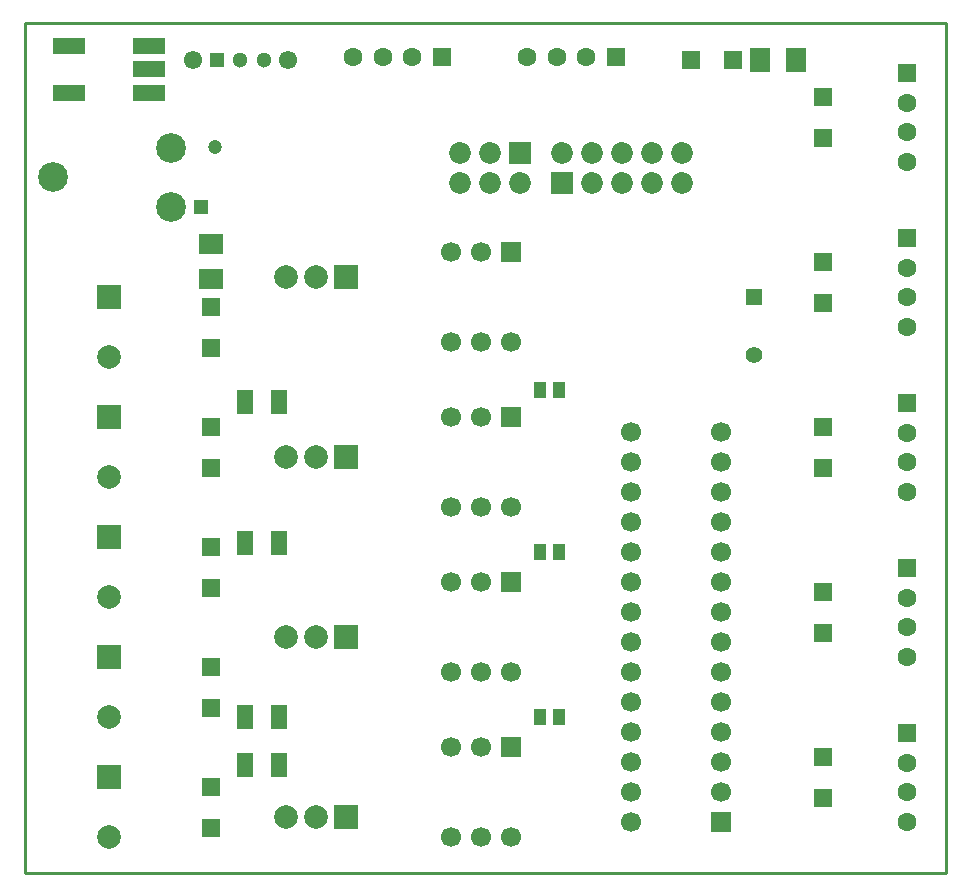
<source format=gts>
G04*
G04 #@! TF.GenerationSoftware,Altium Limited,Altium Designer,22.5.1 (42)*
G04*
G04 Layer_Color=8388736*
%FSLAX42Y42*%
%MOMM*%
G71*
G04*
G04 #@! TF.SameCoordinates,E9C7B45F-A4FB-49F3-BE10-4E13B05C86B2*
G04*
G04*
G04 #@! TF.FilePolarity,Negative*
G04*
G01*
G75*
%ADD13C,0.25*%
%ADD15R,2.10X1.70*%
%ADD16R,1.70X2.10*%
%ADD17R,1.50X1.50*%
%ADD18R,1.50X1.50*%
%ADD19R,2.75X1.40*%
%ADD20R,1.00X1.45*%
%ADD21R,1.35X2.00*%
%ADD22C,1.60*%
%ADD23R,1.60X1.60*%
%ADD24R,2.00X2.00*%
%ADD25C,2.00*%
%ADD26R,1.60X1.60*%
%ADD27R,1.30X1.30*%
%ADD28C,1.30*%
%ADD29C,1.55*%
%ADD30R,2.00X2.00*%
%ADD31C,2.00*%
%ADD32C,2.52*%
%ADD33R,1.20X1.20*%
%ADD34C,1.20*%
%ADD35R,1.70X1.70*%
%ADD36C,1.70*%
%ADD37R,1.70X1.70*%
%ADD38C,1.85*%
%ADD39R,1.85X1.85*%
%ADD40C,1.40*%
%ADD41R,1.40X1.40*%
D13*
X0Y0D02*
X7800D01*
X0D02*
Y7200D01*
X7800D01*
Y0D02*
Y7200D01*
D15*
X1577Y5031D02*
D03*
Y5331D02*
D03*
D16*
X6528Y6883D02*
D03*
X6228D02*
D03*
D17*
X6759Y6575D02*
D03*
Y6225D02*
D03*
Y5178D02*
D03*
Y4828D02*
D03*
Y3781D02*
D03*
Y3431D02*
D03*
X1577Y4447D02*
D03*
Y4797D02*
D03*
X6759Y987D02*
D03*
Y637D02*
D03*
Y2384D02*
D03*
Y2034D02*
D03*
X1577Y1399D02*
D03*
Y1749D02*
D03*
Y733D02*
D03*
Y383D02*
D03*
Y2765D02*
D03*
Y2415D02*
D03*
Y3431D02*
D03*
Y3781D02*
D03*
D18*
X5644Y6883D02*
D03*
X5994D02*
D03*
D19*
X1051Y6606D02*
D03*
Y6806D02*
D03*
Y7006D02*
D03*
X376Y6606D02*
D03*
Y7006D02*
D03*
D20*
X4527Y1320D02*
D03*
X4367D02*
D03*
X4527Y4089D02*
D03*
X4367D02*
D03*
X4527Y2717D02*
D03*
X4367D02*
D03*
D21*
X2154Y914D02*
D03*
X1864D02*
D03*
X2154Y1320D02*
D03*
X1864D02*
D03*
X2154Y2793D02*
D03*
X1864D02*
D03*
X2154Y3987D02*
D03*
X1864D02*
D03*
D22*
X7470Y6025D02*
D03*
Y6275D02*
D03*
Y6525D02*
D03*
Y3231D02*
D03*
Y3481D02*
D03*
Y3731D02*
D03*
Y1834D02*
D03*
Y2084D02*
D03*
Y2334D02*
D03*
Y4628D02*
D03*
Y4878D02*
D03*
Y5128D02*
D03*
X4256Y6908D02*
D03*
X4506D02*
D03*
X4756D02*
D03*
X2783D02*
D03*
X3033D02*
D03*
X3283D02*
D03*
X7470Y437D02*
D03*
Y687D02*
D03*
Y937D02*
D03*
D23*
Y6775D02*
D03*
Y3981D02*
D03*
Y2584D02*
D03*
Y5378D02*
D03*
Y1187D02*
D03*
D24*
X2720Y1998D02*
D03*
Y5046D02*
D03*
Y3522D02*
D03*
Y474D02*
D03*
D25*
X2466Y1998D02*
D03*
X2212D02*
D03*
X2466Y5046D02*
D03*
X2212D02*
D03*
X2466Y3522D02*
D03*
X2212D02*
D03*
X2466Y474D02*
D03*
X2212D02*
D03*
D26*
X5006Y6908D02*
D03*
X3533D02*
D03*
D27*
X1628Y6883D02*
D03*
D28*
X1828D02*
D03*
X2028D02*
D03*
D29*
X1428D02*
D03*
X2228D02*
D03*
D30*
X713Y1828D02*
D03*
Y2844D02*
D03*
Y3860D02*
D03*
Y4876D02*
D03*
Y812D02*
D03*
D31*
Y1320D02*
D03*
Y2336D02*
D03*
Y3352D02*
D03*
Y4368D02*
D03*
Y304D02*
D03*
D32*
X237Y5893D02*
D03*
X1237Y6143D02*
D03*
Y5643D02*
D03*
D33*
X1492Y5637D02*
D03*
D34*
X1612Y6147D02*
D03*
D35*
X4117Y1066D02*
D03*
Y2463D02*
D03*
Y3860D02*
D03*
Y5257D02*
D03*
D36*
X3863Y1066D02*
D03*
X3609D02*
D03*
X4117Y304D02*
D03*
X3863D02*
D03*
X3609D02*
D03*
X3863Y2463D02*
D03*
X3609D02*
D03*
X4117Y1701D02*
D03*
X3863D02*
D03*
X3609D02*
D03*
X5895Y685D02*
D03*
Y939D02*
D03*
Y1193D02*
D03*
Y1447D02*
D03*
Y1701D02*
D03*
Y1955D02*
D03*
Y2209D02*
D03*
Y2463D02*
D03*
Y2717D02*
D03*
Y2971D02*
D03*
Y3225D02*
D03*
Y3479D02*
D03*
Y3733D02*
D03*
X5133Y431D02*
D03*
Y685D02*
D03*
Y939D02*
D03*
Y1193D02*
D03*
Y1447D02*
D03*
Y1701D02*
D03*
Y1955D02*
D03*
Y2209D02*
D03*
Y2463D02*
D03*
Y2717D02*
D03*
Y2971D02*
D03*
Y3225D02*
D03*
Y3479D02*
D03*
Y3733D02*
D03*
X3863Y3860D02*
D03*
X3609D02*
D03*
X4117Y3098D02*
D03*
X3863D02*
D03*
X3609D02*
D03*
X3863Y5257D02*
D03*
X3609D02*
D03*
X4117Y4495D02*
D03*
X3863D02*
D03*
X3609D02*
D03*
D37*
X5895Y431D02*
D03*
D38*
X5565Y6095D02*
D03*
X5311D02*
D03*
X5565Y5841D02*
D03*
X5311D02*
D03*
X5057Y6095D02*
D03*
Y5841D02*
D03*
X4549Y6095D02*
D03*
X4803Y5841D02*
D03*
Y6095D02*
D03*
X3685Y5841D02*
D03*
X3939D02*
D03*
X3685Y6095D02*
D03*
X3939D02*
D03*
X4193Y5841D02*
D03*
D39*
X4549D02*
D03*
X4193Y6095D02*
D03*
D40*
X6174Y4388D02*
D03*
D41*
Y4876D02*
D03*
M02*

</source>
